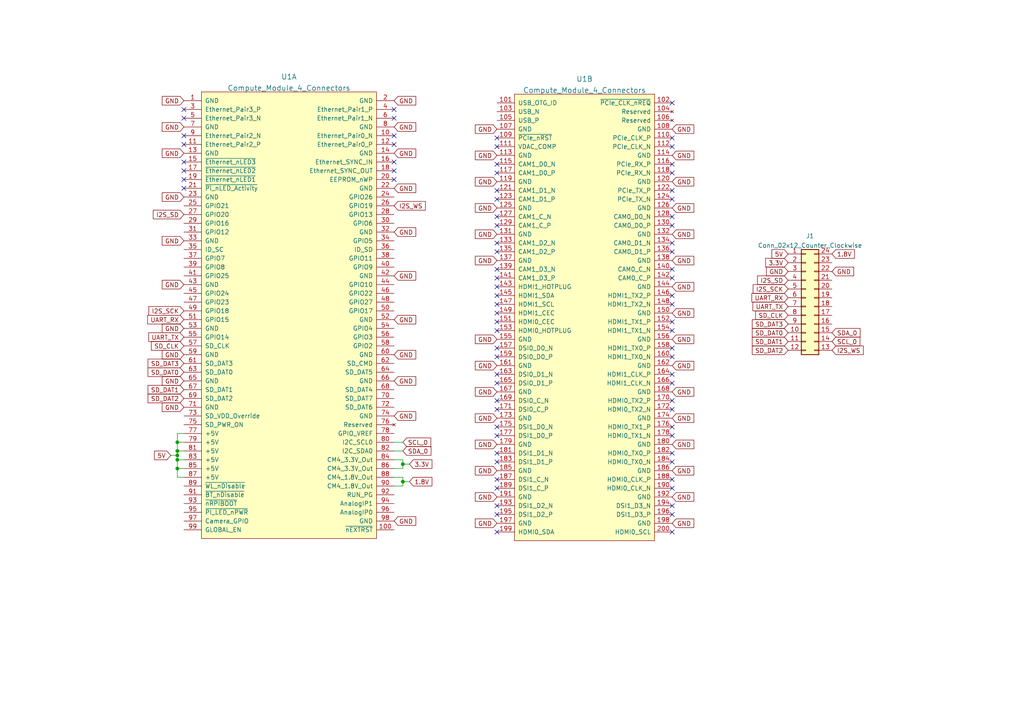
<source format=kicad_sch>
(kicad_sch (version 20211123) (generator eeschema)
  (paper "A4")
  (lib_symbols
    (symbol "CM4:Compute_Module_4_Connectors" (pin_names (offset 1.016))
      (property "Reference" "U" (at 5.08 6.35 0))
      (property "Value" "Compute_Module_4_Connectors" (at 5.08 3.81 0))
      (symbol "Compute_Module_4_Connectors_1_1"
        (rectangle (start 5.08 2.54) (end 55.88 -127) (fill (type background)))
        (pin power_in line (at 0 0 0) (length 5.08) (name "GND") (number "1"))
        (pin passive line (at 60.96 -10.16 180) (length 5.08) (name "Ethernet_Pair0_N") (number "10"))
        (pin output line (at 60.96 -124.46 180) (length 5.08) (name "~{nEXTRST}") (number "100"))
        (pin passive line (at 0 -12.7 0) (length 5.08) (name "Ethernet_Pair2_P") (number "11"))
        (pin passive line (at 60.96 -12.7 180) (length 5.08) (name "Ethernet_Pair0_P") (number "12"))
        (pin power_in line (at 0 -15.24 0) (length 5.08) (name "GND") (number "13"))
        (pin power_in line (at 60.96 -15.24 180) (length 5.08) (name "GND") (number "14"))
        (pin output line (at 0 -17.78 0) (length 5.08) (name "~{Ethernet_nLED3}") (number "15"))
        (pin input line (at 60.96 -17.78 180) (length 5.08) (name "Ethernet_SYNC_IN") (number "16"))
        (pin output line (at 0 -20.32 0) (length 5.08) (name "~{Ethernet_nLED2}") (number "17"))
        (pin input line (at 60.96 -20.32 180) (length 5.08) (name "Ethernet_SYNC_OUT") (number "18"))
        (pin output line (at 0 -22.86 0) (length 5.08) (name "~{Ethernet_nLED1}") (number "19"))
        (pin power_in line (at 60.96 0 180) (length 5.08) (name "GND") (number "2"))
        (pin passive line (at 60.96 -22.86 180) (length 5.08) (name "EEPROM_nWP") (number "20"))
        (pin open_collector line (at 0 -25.4 0) (length 5.08) (name "~{Pi_nLED_Activity}") (number "21"))
        (pin power_in line (at 60.96 -25.4 180) (length 5.08) (name "GND") (number "22"))
        (pin power_in line (at 0 -27.94 0) (length 5.08) (name "GND") (number "23"))
        (pin passive line (at 60.96 -27.94 180) (length 5.08) (name "GPIO26") (number "24"))
        (pin passive line (at 0 -30.48 0) (length 5.08) (name "GPIO21") (number "25"))
        (pin passive line (at 60.96 -30.48 180) (length 5.08) (name "GPIO19") (number "26"))
        (pin passive line (at 0 -33.02 0) (length 5.08) (name "GPIO20") (number "27"))
        (pin passive line (at 60.96 -33.02 180) (length 5.08) (name "GPIO13") (number "28"))
        (pin passive line (at 0 -35.56 0) (length 5.08) (name "GPIO16") (number "29"))
        (pin passive line (at 0 -2.54 0) (length 5.08) (name "Ethernet_Pair3_P") (number "3"))
        (pin passive line (at 60.96 -35.56 180) (length 5.08) (name "GPIO6") (number "30"))
        (pin passive line (at 0 -38.1 0) (length 5.08) (name "GPIO12") (number "31"))
        (pin power_in line (at 60.96 -38.1 180) (length 5.08) (name "GND") (number "32"))
        (pin power_in line (at 0 -40.64 0) (length 5.08) (name "GND") (number "33"))
        (pin passive line (at 60.96 -40.64 180) (length 5.08) (name "GPIO5") (number "34"))
        (pin passive line (at 0 -43.18 0) (length 5.08) (name "ID_SC") (number "35"))
        (pin passive line (at 60.96 -43.18 180) (length 5.08) (name "ID_SD") (number "36"))
        (pin passive line (at 0 -45.72 0) (length 5.08) (name "GPIO7") (number "37"))
        (pin passive line (at 60.96 -45.72 180) (length 5.08) (name "GPIO11") (number "38"))
        (pin passive line (at 0 -48.26 0) (length 5.08) (name "GPIO8") (number "39"))
        (pin passive line (at 60.96 -2.54 180) (length 5.08) (name "Ethernet_Pair1_P") (number "4"))
        (pin passive line (at 60.96 -48.26 180) (length 5.08) (name "GPIO9") (number "40"))
        (pin passive line (at 0 -50.8 0) (length 5.08) (name "GPIO25") (number "41"))
        (pin power_in line (at 60.96 -50.8 180) (length 5.08) (name "GND") (number "42"))
        (pin power_in line (at 0 -53.34 0) (length 5.08) (name "GND") (number "43"))
        (pin passive line (at 60.96 -53.34 180) (length 5.08) (name "GPIO10") (number "44"))
        (pin passive line (at 0 -55.88 0) (length 5.08) (name "GPIO24") (number "45"))
        (pin passive line (at 60.96 -55.88 180) (length 5.08) (name "GPIO22") (number "46"))
        (pin passive line (at 0 -58.42 0) (length 5.08) (name "GPIO23") (number "47"))
        (pin passive line (at 60.96 -58.42 180) (length 5.08) (name "GPIO27") (number "48"))
        (pin passive line (at 0 -60.96 0) (length 5.08) (name "GPIO18") (number "49"))
        (pin passive line (at 0 -5.08 0) (length 5.08) (name "Ethernet_Pair3_N") (number "5"))
        (pin passive line (at 60.96 -60.96 180) (length 5.08) (name "GPIO17") (number "50"))
        (pin passive line (at 0 -63.5 0) (length 5.08) (name "GPIO15") (number "51"))
        (pin power_in line (at 60.96 -63.5 180) (length 5.08) (name "GND") (number "52"))
        (pin power_in line (at 0 -66.04 0) (length 5.08) (name "GND") (number "53"))
        (pin passive line (at 60.96 -66.04 180) (length 5.08) (name "GPIO4") (number "54"))
        (pin passive line (at 0 -68.58 0) (length 5.08) (name "GPIO14") (number "55"))
        (pin passive line (at 60.96 -68.58 180) (length 5.08) (name "GPIO3") (number "56"))
        (pin passive line (at 0 -71.12 0) (length 5.08) (name "SD_CLK") (number "57"))
        (pin passive line (at 60.96 -71.12 180) (length 5.08) (name "GPIO2") (number "58"))
        (pin power_in line (at 0 -73.66 0) (length 5.08) (name "GND") (number "59"))
        (pin passive line (at 60.96 -5.08 180) (length 5.08) (name "Ethernet_Pair1_N") (number "6"))
        (pin power_in line (at 60.96 -73.66 180) (length 5.08) (name "GND") (number "60"))
        (pin passive line (at 0 -76.2 0) (length 5.08) (name "SD_DAT3") (number "61"))
        (pin passive line (at 60.96 -76.2 180) (length 5.08) (name "SD_CMD") (number "62"))
        (pin passive line (at 0 -78.74 0) (length 5.08) (name "SD_DAT0") (number "63"))
        (pin passive line (at 60.96 -78.74 180) (length 5.08) (name "SD_DAT5") (number "64"))
        (pin power_in line (at 0 -81.28 0) (length 5.08) (name "GND") (number "65"))
        (pin power_in line (at 60.96 -81.28 180) (length 5.08) (name "GND") (number "66"))
        (pin passive line (at 0 -83.82 0) (length 5.08) (name "SD_DAT1") (number "67"))
        (pin passive line (at 60.96 -83.82 180) (length 5.08) (name "SD_DAT4") (number "68"))
        (pin passive line (at 0 -86.36 0) (length 5.08) (name "SD_DAT2") (number "69"))
        (pin power_in line (at 0 -7.62 0) (length 5.08) (name "GND") (number "7"))
        (pin passive line (at 60.96 -86.36 180) (length 5.08) (name "SD_DAT7") (number "70"))
        (pin power_in line (at 0 -88.9 0) (length 5.08) (name "GND") (number "71"))
        (pin passive line (at 60.96 -88.9 180) (length 5.08) (name "SD_DAT6") (number "72"))
        (pin input line (at 0 -91.44 0) (length 5.08) (name "SD_VDD_Override") (number "73"))
        (pin power_in line (at 60.96 -91.44 180) (length 5.08) (name "GND") (number "74"))
        (pin output line (at 0 -93.98 0) (length 5.08) (name "SD_PWR_ON") (number "75"))
        (pin no_connect line (at 60.96 -93.98 180) (length 5.08) (name "Reserved") (number "76"))
        (pin power_in line (at 0 -96.52 0) (length 5.08) (name "+5V") (number "77"))
        (pin power_in line (at 60.96 -96.52 180) (length 5.08) (name "GPIO_VREF") (number "78"))
        (pin power_in line (at 0 -99.06 0) (length 5.08) (name "+5V") (number "79"))
        (pin power_in line (at 60.96 -7.62 180) (length 5.08) (name "GND") (number "8"))
        (pin bidirectional line (at 60.96 -99.06 180) (length 5.08) (name "I2C_SCL0") (number "80"))
        (pin power_in line (at 0 -101.6 0) (length 5.08) (name "+5V") (number "81"))
        (pin bidirectional line (at 60.96 -101.6 180) (length 5.08) (name "I2C_SDA0") (number "82"))
        (pin power_in line (at 0 -104.14 0) (length 5.08) (name "+5V") (number "83"))
        (pin power_out line (at 60.96 -104.14 180) (length 5.08) (name "CM4_3.3V_Out") (number "84"))
        (pin power_in line (at 0 -106.68 0) (length 5.08) (name "+5V") (number "85"))
        (pin power_out line (at 60.96 -106.68 180) (length 5.08) (name "CM4_3.3V_Out") (number "86"))
        (pin power_in line (at 0 -109.22 0) (length 5.08) (name "+5V") (number "87"))
        (pin power_out line (at 60.96 -109.22 180) (length 5.08) (name "CM4_1.8V_Out") (number "88"))
        (pin input line (at 0 -111.76 0) (length 5.08) (name "~{WL_nDisable}") (number "89"))
        (pin passive line (at 0 -10.16 0) (length 5.08) (name "Ethernet_Pair2_N") (number "9"))
        (pin power_out line (at 60.96 -111.76 180) (length 5.08) (name "CM4_1.8V_Out") (number "90"))
        (pin input line (at 0 -114.3 0) (length 5.08) (name "~{BT_nDisable}") (number "91"))
        (pin passive line (at 60.96 -114.3 180) (length 5.08) (name "RUN_PG") (number "92"))
        (pin input line (at 0 -116.84 0) (length 5.08) (name "~{nRPIBOOT}") (number "93"))
        (pin passive line (at 60.96 -116.84 180) (length 5.08) (name "AnalogIP1") (number "94"))
        (pin output line (at 0 -119.38 0) (length 5.08) (name "~{PI_LED_nPWR}") (number "95"))
        (pin passive line (at 60.96 -119.38 180) (length 5.08) (name "AnalogIP0") (number "96"))
        (pin passive line (at 0 -121.92 0) (length 5.08) (name "Camera_GPIO") (number "97"))
        (pin power_in line (at 60.96 -121.92 180) (length 5.08) (name "GND") (number "98"))
        (pin input line (at 0 -124.46 0) (length 5.08) (name "GLOBAL_EN") (number "99"))
      )
      (symbol "Compute_Module_4_Connectors_2_1"
        (rectangle (start 5.08 2.54) (end 45.72 -127) (fill (type background)))
        (pin input line (at 0 0 0) (length 5.08) (name "USB_OTG_ID") (number "101"))
        (pin input line (at 50.8 0 180) (length 5.08) (name "~{PCIe_CLK_nREQ}") (number "102"))
        (pin passive line (at 0 -2.54 0) (length 5.08) (name "USB_N") (number "103"))
        (pin no_connect line (at 50.8 -2.54 180) (length 5.08) (name "Reserved") (number "104"))
        (pin passive line (at 0 -5.08 0) (length 5.08) (name "USB_P") (number "105"))
        (pin no_connect line (at 50.8 -5.08 180) (length 5.08) (name "Reserved") (number "106"))
        (pin power_in line (at 0 -7.62 0) (length 5.08) (name "GND") (number "107"))
        (pin power_in line (at 50.8 -7.62 180) (length 5.08) (name "GND") (number "108"))
        (pin output line (at 0 -10.16 0) (length 5.08) (name "~{PCIe_nRST}") (number "109"))
        (pin output line (at 50.8 -10.16 180) (length 5.08) (name "PCIe_CLK_P") (number "110"))
        (pin output line (at 0 -12.7 0) (length 5.08) (name "VDAC_COMP") (number "111"))
        (pin output line (at 50.8 -12.7 180) (length 5.08) (name "PCIe_CLK_N") (number "112"))
        (pin power_in line (at 0 -15.24 0) (length 5.08) (name "GND") (number "113"))
        (pin power_in line (at 50.8 -15.24 180) (length 5.08) (name "GND") (number "114"))
        (pin input line (at 0 -17.78 0) (length 5.08) (name "CAM1_D0_N") (number "115"))
        (pin input line (at 50.8 -17.78 180) (length 5.08) (name "PCIe_RX_P") (number "116"))
        (pin input line (at 0 -20.32 0) (length 5.08) (name "CAM1_D0_P") (number "117"))
        (pin input line (at 50.8 -20.32 180) (length 5.08) (name "PCIe_RX_N") (number "118"))
        (pin power_in line (at 0 -22.86 0) (length 5.08) (name "GND") (number "119"))
        (pin power_in line (at 50.8 -22.86 180) (length 5.08) (name "GND") (number "120"))
        (pin input line (at 0 -25.4 0) (length 5.08) (name "CAM1_D1_N") (number "121"))
        (pin output line (at 50.8 -25.4 180) (length 5.08) (name "PCIe_TX_P") (number "122"))
        (pin input line (at 0 -27.94 0) (length 5.08) (name "CAM1_D1_P") (number "123"))
        (pin output line (at 50.8 -27.94 180) (length 5.08) (name "PCIe_TX_N") (number "124"))
        (pin power_in line (at 0 -30.48 0) (length 5.08) (name "GND") (number "125"))
        (pin power_in line (at 50.8 -30.48 180) (length 5.08) (name "GND") (number "126"))
        (pin input line (at 0 -33.02 0) (length 5.08) (name "CAM1_C_N") (number "127"))
        (pin input line (at 50.8 -33.02 180) (length 5.08) (name "CAM0_D0_N") (number "128"))
        (pin input line (at 0 -35.56 0) (length 5.08) (name "CAM1_C_P") (number "129"))
        (pin input line (at 50.8 -35.56 180) (length 5.08) (name "CAM0_D0_P") (number "130"))
        (pin power_in line (at 0 -38.1 0) (length 5.08) (name "GND") (number "131"))
        (pin power_in line (at 50.8 -38.1 180) (length 5.08) (name "GND") (number "132"))
        (pin input line (at 0 -40.64 0) (length 5.08) (name "CAM1_D2_N") (number "133"))
        (pin input line (at 50.8 -40.64 180) (length 5.08) (name "CAM0_D1_N") (number "134"))
        (pin input line (at 0 -43.18 0) (length 5.08) (name "CAM1_D2_P") (number "135"))
        (pin input line (at 50.8 -43.18 180) (length 5.08) (name "CAM0_D1_P") (number "136"))
        (pin power_in line (at 0 -45.72 0) (length 5.08) (name "GND") (number "137"))
        (pin power_in line (at 50.8 -45.72 180) (length 5.08) (name "GND") (number "138"))
        (pin input line (at 0 -48.26 0) (length 5.08) (name "CAM1_D3_N") (number "139"))
        (pin input line (at 50.8 -48.26 180) (length 5.08) (name "CAM0_C_N") (number "140"))
        (pin input line (at 0 -50.8 0) (length 5.08) (name "CAM1_D3_P") (number "141"))
        (pin input line (at 50.8 -50.8 180) (length 5.08) (name "CAM0_C_P") (number "142"))
        (pin input line (at 0 -53.34 0) (length 5.08) (name "HDMI1_HOTPLUG") (number "143"))
        (pin power_in line (at 50.8 -53.34 180) (length 5.08) (name "GND") (number "144"))
        (pin bidirectional line (at 0 -55.88 0) (length 5.08) (name "HDMI1_SDA") (number "145"))
        (pin output line (at 50.8 -55.88 180) (length 5.08) (name "HDMI1_TX2_P") (number "146"))
        (pin open_collector line (at 0 -58.42 0) (length 5.08) (name "HDMI1_SCL") (number "147"))
        (pin output line (at 50.8 -58.42 180) (length 5.08) (name "HDMI1_TX2_N") (number "148"))
        (pin open_collector line (at 0 -60.96 0) (length 5.08) (name "HDMI1_CEC") (number "149"))
        (pin power_in line (at 50.8 -60.96 180) (length 5.08) (name "GND") (number "150"))
        (pin open_collector line (at 0 -63.5 0) (length 5.08) (name "HDMI0_CEC") (number "151"))
        (pin output line (at 50.8 -63.5 180) (length 5.08) (name "HDMI1_TX1_P") (number "152"))
        (pin input line (at 0 -66.04 0) (length 5.08) (name "HDMI0_HOTPLUG") (number "153"))
        (pin output line (at 50.8 -66.04 180) (length 5.08) (name "HDMI1_TX1_N") (number "154"))
        (pin power_in line (at 0 -68.58 0) (length 5.08) (name "GND") (number "155"))
        (pin power_in line (at 50.8 -68.58 180) (length 5.08) (name "GND") (number "156"))
        (pin output line (at 0 -71.12 0) (length 5.08) (name "DSI0_D0_N") (number "157"))
        (pin output line (at 50.8 -71.12 180) (length 5.08) (name "HDMI1_TX0_P") (number "158"))
        (pin output line (at 0 -73.66 0) (length 5.08) (name "DSI0_D0_P") (number "159"))
        (pin output line (at 50.8 -73.66 180) (length 5.08) (name "HDMI1_TX0_N") (number "160"))
        (pin power_in line (at 0 -76.2 0) (length 5.08) (name "GND") (number "161"))
        (pin power_in line (at 50.8 -76.2 180) (length 5.08) (name "GND") (number "162"))
        (pin output line (at 0 -78.74 0) (length 5.08) (name "DSI0_D1_N") (number "163"))
        (pin output line (at 50.8 -78.74 180) (length 5.08) (name "HDMI1_CLK_P") (number "164"))
        (pin output line (at 0 -81.28 0) (length 5.08) (name "DSI0_D1_P") (number "165"))
        (pin output line (at 50.8 -81.28 180) (length 5.08) (name "HDMI1_CLK_N") (number "166"))
        (pin power_in line (at 0 -83.82 0) (length 5.08) (name "GND") (number "167"))
        (pin power_in line (at 50.8 -83.82 180) (length 5.08) (name "GND") (number "168"))
        (pin output line (at 0 -86.36 0) (length 5.08) (name "DSI0_C_N") (number "169"))
        (pin output line (at 50.8 -86.36 180) (length 5.08) (name "HDMI0_TX2_P") (number "170"))
        (pin output line (at 0 -88.9 0) (length 5.08) (name "DSI0_C_P") (number "171"))
        (pin output line (at 50.8 -88.9 180) (length 5.08) (name "HDMI0_TX2_N") (number "172"))
        (pin power_in line (at 0 -91.44 0) (length 5.08) (name "GND") (number "173"))
        (pin power_in line (at 50.8 -91.44 180) (length 5.08) (name "GND") (number "174"))
        (pin output line (at 0 -93.98 0) (length 5.08) (name "DSI1_D0_N") (number "175"))
        (pin output line (at 50.8 -93.98 180) (length 5.08) (name "HDMI0_TX1_P") (number "176"))
        (pin output line (at 0 -96.52 0) (length 5.08) (name "DSI1_D0_P") (number "177"))
        (pin output line (at 50.8 -96.52 180) (length 5.08) (name "HDMI0_TX1_N") (number "178"))
        (pin power_in line (at 0 -99.06 0) (length 5.08) (name "GND") (number "179"))
        (pin power_in line (at 50.8 -99.06 180) (length 5.08) (name "GND") (number "180"))
        (pin output line (at 0 -101.6 0) (length 5.08) (name "DSI1_D1_N") (number "181"))
        (pin output line (at 50.8 -101.6 180) (length 5.08) (name "HDMI0_TX0_P") (number "182"))
        (pin output line (at 0 -104.14 0) (length 5.08) (name "DSI1_D1_P") (number "183"))
        (pin output line (at 50.8 -104.14 180) (length 5.08) (name "HDMI0_TX0_N") (number "184"))
        (pin power_in line (at 0 -106.68 0) (length 5.08) (name "GND") (number "185"))
        (pin power_in line (at 50.8 -106.68 180) (length 5.08) (name "GND") (number "186"))
        (pin output line (at 0 -109.22 0) (length 5.08) (name "DSI1_C_N") (number "187"))
        (pin output line (at 50.8 -109.22 180) (length 5.08) (name "HDMI0_CLK_P") (number "188"))
        (pin output line (at 0 -111.76 0) (length 5.08) (name "DSI1_C_P") (number "189"))
        (pin output line (at 50.8 -111.76 180) (length 5.08) (name "HDMI0_CLK_N") (number "190"))
        (pin power_in line (at 0 -114.3 0) (length 5.08) (name "GND") (number "191"))
        (pin power_in line (at 50.8 -114.3 180) (length 5.08) (name "GND") (number "192"))
        (pin output line (at 0 -116.84 0) (length 5.08) (name "DSI1_D2_N") (number "193"))
        (pin output line (at 50.8 -116.84 180) (length 5.08) (name "DSI1_D3_N") (number "194"))
        (pin output line (at 0 -119.38 0) (length 5.08) (name "DSI1_D2_P") (number "195"))
        (pin output line (at 50.8 -119.38 180) (length 5.08) (name "DSI1_D3_P") (number "196"))
        (pin power_in line (at 0 -121.92 0) (length 5.08) (name "GND") (number "197"))
        (pin power_in line (at 50.8 -121.92 180) (length 5.08) (name "GND") (number "198"))
        (pin bidirectional line (at 0 -124.46 0) (length 5.08) (name "HDMI0_SDA") (number "199"))
        (pin open_collector line (at 50.8 -124.46 180) (length 5.08) (name "HDMI0_SCL") (number "200"))
      )
    )
    (symbol "Connector_Generic:Conn_02x12_Counter_Clockwise" (pin_names (offset 1.016) hide)
      (property "Reference" "J" (at 1.27 15.24 0))
      (property "Value" "Conn_02x12_Counter_Clockwise" (at 1.27 -17.78 0))
      (symbol "Conn_02x12_Counter_Clockwise_1_1"
        (rectangle (start -1.27 -15.113) (end 0 -15.367) (stroke (width 0.1524)))
        (rectangle (start -1.27 -12.573) (end 0 -12.827) (stroke (width 0.1524)))
        (rectangle (start -1.27 -10.033) (end 0 -10.287) (stroke (width 0.1524)))
        (rectangle (start -1.27 -7.493) (end 0 -7.747) (stroke (width 0.1524)))
        (rectangle (start -1.27 -4.953) (end 0 -5.207) (stroke (width 0.1524)))
        (rectangle (start -1.27 -2.413) (end 0 -2.667) (stroke (width 0.1524)))
        (rectangle (start -1.27 0.127) (end 0 -0.127) (stroke (width 0.1524)))
        (rectangle (start -1.27 2.667) (end 0 2.413) (stroke (width 0.1524)))
        (rectangle (start -1.27 5.207) (end 0 4.953) (stroke (width 0.1524)))
        (rectangle (start -1.27 7.747) (end 0 7.493) (stroke (width 0.1524)))
        (rectangle (start -1.27 10.287) (end 0 10.033) (stroke (width 0.1524)))
        (rectangle (start -1.27 12.827) (end 0 12.573) (stroke (width 0.1524)))
        (rectangle (start -1.27 13.97) (end 3.81 -16.51) (stroke (width 0.254)) (fill (type background)))
        (rectangle (start 3.81 -15.113) (end 2.54 -15.367) (stroke (width 0.1524)))
        (rectangle (start 3.81 -12.573) (end 2.54 -12.827) (stroke (width 0.1524)))
        (rectangle (start 3.81 -10.033) (end 2.54 -10.287) (stroke (width 0.1524)))
        (rectangle (start 3.81 -7.493) (end 2.54 -7.747) (stroke (width 0.1524)))
        (rectangle (start 3.81 -4.953) (end 2.54 -5.207) (stroke (width 0.1524)))
        (rectangle (start 3.81 -2.413) (end 2.54 -2.667) (stroke (width 0.1524)))
        (rectangle (start 3.81 0.127) (end 2.54 -0.127) (stroke (width 0.1524)))
        (rectangle (start 3.81 2.667) (end 2.54 2.413) (stroke (width 0.1524)))
        (rectangle (start 3.81 5.207) (end 2.54 4.953) (stroke (width 0.1524)))
        (rectangle (start 3.81 7.747) (end 2.54 7.493) (stroke (width 0.1524)))
        (rectangle (start 3.81 10.287) (end 2.54 10.033) (stroke (width 0.1524)))
        (rectangle (start 3.81 12.827) (end 2.54 12.573) (stroke (width 0.1524)))
        (pin passive line (at -5.08 12.7 0) (length 3.81) (name "Pin_1") (number "1"))
        (pin passive line (at -5.08 -10.16 0) (length 3.81) (name "Pin_10") (number "10"))
        (pin passive line (at -5.08 -12.7 0) (length 3.81) (name "Pin_11") (number "11"))
        (pin passive line (at -5.08 -15.24 0) (length 3.81) (name "Pin_12") (number "12"))
        (pin passive line (at 7.62 -15.24 180) (length 3.81) (name "Pin_13") (number "13"))
        (pin passive line (at 7.62 -12.7 180) (length 3.81) (name "Pin_14") (number "14"))
        (pin passive line (at 7.62 -10.16 180) (length 3.81) (name "Pin_15") (number "15"))
        (pin passive line (at 7.62 -7.62 180) (length 3.81) (name "Pin_16") (number "16"))
        (pin passive line (at 7.62 -5.08 180) (length 3.81) (name "Pin_17") (number "17"))
        (pin passive line (at 7.62 -2.54 180) (length 3.81) (name "Pin_18") (number "18"))
        (pin passive line (at 7.62 0 180) (length 3.81) (name "Pin_19") (number "19"))
        (pin passive line (at -5.08 10.16 0) (length 3.81) (name "Pin_2") (number "2"))
        (pin passive line (at 7.62 2.54 180) (length 3.81) (name "Pin_20") (number "20"))
        (pin passive line (at 7.62 5.08 180) (length 3.81) (name "Pin_21") (number "21"))
        (pin passive line (at 7.62 7.62 180) (length 3.81) (name "Pin_22") (number "22"))
        (pin passive line (at 7.62 10.16 180) (length 3.81) (name "Pin_23") (number "23"))
        (pin passive line (at 7.62 12.7 180) (length 3.81) (name "Pin_24") (number "24"))
        (pin passive line (at -5.08 7.62 0) (length 3.81) (name "Pin_3") (number "3"))
        (pin passive line (at -5.08 5.08 0) (length 3.81) (name "Pin_4") (number "4"))
        (pin passive line (at -5.08 2.54 0) (length 3.81) (name "Pin_5") (number "5"))
        (pin passive line (at -5.08 0 0) (length 3.81) (name "Pin_6") (number "6"))
        (pin passive line (at -5.08 -2.54 0) (length 3.81) (name "Pin_7") (number "7"))
        (pin passive line (at -5.08 -5.08 0) (length 3.81) (name "Pin_8") (number "8"))
        (pin passive line (at -5.08 -7.62 0) (length 3.81) (name "Pin_9") (number "9"))
      )
    )
  )
  (junction (at 51.435 133.35))
  (junction (at 116.84 134.62))
  (junction (at 51.435 130.81))
  (junction (at 51.435 135.89))
  (junction (at 51.435 128.27))
  (junction (at 51.435 132.08))
  (junction (at 116.84 139.7))
  (no_connect (at 144.145 47.625))
  (no_connect (at 144.145 55.245))
  (no_connect (at 114.3 39.37))
  (no_connect (at 114.3 34.29))
  (no_connect (at 114.3 31.75))
  (no_connect (at 194.945 80.645))
  (no_connect (at 194.945 85.725))
  (no_connect (at 194.945 88.265))
  (no_connect (at 194.945 47.625))
  (no_connect (at 194.945 50.165))
  (no_connect (at 194.945 55.245))
  (no_connect (at 194.945 57.785))
  (no_connect (at 194.945 62.865))
  (no_connect (at 194.945 65.405))
  (no_connect (at 194.945 29.845))
  (no_connect (at 194.945 40.005))
  (no_connect (at 194.945 42.545))
  (no_connect (at 194.945 70.485))
  (no_connect (at 194.945 73.025))
  (no_connect (at 194.945 78.105))
  (no_connect (at 144.145 40.005))
  (no_connect (at 144.145 50.165))
  (no_connect (at 144.145 88.265))
  (no_connect (at 114.3 46.99))
  (no_connect (at 53.34 39.37))
  (no_connect (at 53.34 41.91))
  (no_connect (at 53.34 46.99))
  (no_connect (at 53.34 49.53))
  (no_connect (at 53.34 31.75))
  (no_connect (at 144.145 57.785))
  (no_connect (at 114.3 41.91))
  (no_connect (at 194.945 141.605))
  (no_connect (at 194.945 146.685))
  (no_connect (at 194.945 149.225))
  (no_connect (at 194.945 154.305))
  (no_connect (at 194.945 111.125))
  (no_connect (at 194.945 116.205))
  (no_connect (at 194.945 118.745))
  (no_connect (at 194.945 123.825))
  (no_connect (at 194.945 126.365))
  (no_connect (at 194.945 100.965))
  (no_connect (at 194.945 103.505))
  (no_connect (at 194.945 108.585))
  (no_connect (at 194.945 131.445))
  (no_connect (at 194.945 133.985))
  (no_connect (at 194.945 139.065))
  (no_connect (at 194.945 93.345))
  (no_connect (at 194.945 95.885))
  (no_connect (at 144.145 154.305))
  (no_connect (at 144.145 149.225))
  (no_connect (at 144.145 146.685))
  (no_connect (at 144.145 141.605))
  (no_connect (at 144.145 139.065))
  (no_connect (at 144.145 116.205))
  (no_connect (at 144.145 111.125))
  (no_connect (at 144.145 108.585))
  (no_connect (at 144.145 103.505))
  (no_connect (at 144.145 100.965))
  (no_connect (at 144.145 133.985))
  (no_connect (at 144.145 131.445))
  (no_connect (at 144.145 126.365))
  (no_connect (at 144.145 123.825))
  (no_connect (at 144.145 118.745))
  (no_connect (at 144.145 90.805))
  (no_connect (at 144.145 65.405))
  (no_connect (at 144.145 70.485))
  (no_connect (at 114.3 52.07))
  (no_connect (at 53.34 34.29))
  (no_connect (at 144.145 80.645))
  (no_connect (at 144.145 62.865))
  (no_connect (at 114.3 49.53))
  (no_connect (at 144.145 42.545))
  (no_connect (at 144.145 83.185))
  (no_connect (at 144.145 78.105))
  (no_connect (at 53.34 54.61))
  (no_connect (at 53.34 52.07))
  (no_connect (at 144.145 93.345))
  (no_connect (at 144.145 85.725))
  (no_connect (at 144.145 95.885))
  (no_connect (at 144.145 73.025))
  (wire (pts (xy 116.84 138.43) (xy 116.84 139.7)))
  (wire (pts (xy 116.84 134.62) (xy 116.84 135.89)))
  (wire (pts (xy 116.84 135.89) (xy 114.3 135.89)))
  (wire (pts (xy 114.3 133.35) (xy 116.84 133.35)))
  (wire (pts (xy 116.84 139.7) (xy 118.745 139.7)))
  (wire (pts (xy 53.34 135.89) (xy 51.435 135.89)))
  (wire (pts (xy 51.435 135.89) (xy 51.435 133.35)))
  (wire (pts (xy 53.34 130.81) (xy 51.435 130.81)))
  (wire (pts (xy 116.84 140.97) (xy 114.3 140.97)))
  (wire (pts (xy 114.3 138.43) (xy 116.84 138.43)))
  (wire (pts (xy 114.3 128.27) (xy 116.84 128.27)))
  (wire (pts (xy 53.34 125.73) (xy 51.435 125.73)))
  (wire (pts (xy 51.435 130.81) (xy 51.435 128.27)))
  (wire (pts (xy 53.34 138.43) (xy 51.435 138.43)))
  (wire (pts (xy 51.435 128.27) (xy 53.34 128.27)))
  (wire (pts (xy 51.435 138.43) (xy 51.435 135.89)))
  (wire (pts (xy 114.3 130.81) (xy 116.84 130.81)))
  (wire (pts (xy 116.84 139.7) (xy 116.84 140.97)))
  (wire (pts (xy 53.34 133.35) (xy 51.435 133.35)))
  (wire (pts (xy 49.53 132.08) (xy 51.435 132.08)))
  (wire (pts (xy 116.84 133.35) (xy 116.84 134.62)))
  (wire (pts (xy 51.435 132.08) (xy 51.435 130.81)))
  (wire (pts (xy 51.435 125.73) (xy 51.435 128.27)))
  (wire (pts (xy 51.435 133.35) (xy 51.435 132.08)))
  (wire (pts (xy 116.84 134.62) (xy 118.745 134.62)))
  (global_label "SD_DAT3" (shape input) (at 228.6 93.98 180) (property "Intersheet References" "${INTERSHEET_REFS}" (effects hide)))
  (global_label "SCL_0" (shape input) (at 116.84 128.27 0) (property "Intersheet References" "${INTERSHEET_REFS}" (effects hide)))
  (global_label "GND" (shape input) (at 144.145 45.085 180) (property "Intersheet References" "${INTERSHEET_REFS}" (effects hide)))
  (global_label "SD_DAT1" (shape input) (at 53.34 113.03 180) (property "Intersheet References" "${INTERSHEET_REFS}" (effects hide)))
  (global_label "SD_DAT2" (shape input) (at 228.6 101.6 180) (property "Intersheet References" "${INTERSHEET_REFS}" (effects hide)))
  (global_label "GND" (shape input) (at 144.145 136.525 180) (property "Intersheet References" "${INTERSHEET_REFS}" (effects hide)))
  (global_label "SD_DAT3" (shape input) (at 53.34 105.41 180) (property "Intersheet References" "${INTERSHEET_REFS}" (effects hide)))
  (global_label "GND" (shape input) (at 53.34 118.11 180) (property "Intersheet References" "${INTERSHEET_REFS}" (effects hide)))
  (global_label "GND" (shape input) (at 194.945 113.665 0) (property "Intersheet References" "${INTERSHEET_REFS}" (effects hide)))
  (global_label "5V" (shape input) (at 228.6 73.66 180) (property "Intersheet References" "${INTERSHEET_REFS}" (effects hide)))
  (global_label "GND" (shape input) (at 144.145 151.765 180) (property "Intersheet References" "${INTERSHEET_REFS}" (effects hide)))
  (global_label "GND" (shape input) (at 53.34 110.49 180) (property "Intersheet References" "${INTERSHEET_REFS}" (effects hide)))
  (global_label "GND" (shape input) (at 144.145 75.565 180) (property "Intersheet References" "${INTERSHEET_REFS}" (effects hide)))
  (global_label "GND" (shape input) (at 144.145 113.665 180) (property "Intersheet References" "${INTERSHEET_REFS}" (effects hide)))
  (global_label "GND" (shape input) (at 114.3 29.21 0) (property "Intersheet References" "${INTERSHEET_REFS}" (effects hide)))
  (global_label "SD_CLK" (shape input) (at 53.34 100.33 180) (property "Intersheet References" "${INTERSHEET_REFS}" (effects hide)))
  (global_label "GND" (shape input) (at 53.34 95.25 180) (property "Intersheet References" "${INTERSHEET_REFS}" (effects hide)))
  (global_label "SDA_0" (shape input) (at 116.84 130.81 0) (property "Intersheet References" "${INTERSHEET_REFS}" (effects hide)))
  (global_label "GND" (shape input) (at 194.945 37.465 0) (property "Intersheet References" "${INTERSHEET_REFS}" (effects hide)))
  (global_label "UART_RX" (shape input) (at 53.34 92.71 180) (property "Intersheet References" "${INTERSHEET_REFS}" (effects hide)))
  (global_label "UART_TX" (shape input) (at 53.34 97.79 180) (property "Intersheet References" "${INTERSHEET_REFS}" (effects hide)))
  (global_label "GND" (shape input) (at 228.6 78.74 180) (property "Intersheet References" "${INTERSHEET_REFS}" (effects hide)))
  (global_label "GND" (shape input) (at 194.945 67.945 0) (property "Intersheet References" "${INTERSHEET_REFS}" (effects hide)))
  (global_label "SD_DAT0" (shape input) (at 228.6 96.52 180) (property "Intersheet References" "${INTERSHEET_REFS}" (effects hide)))
  (global_label "GND" (shape input) (at 194.945 45.085 0) (property "Intersheet References" "${INTERSHEET_REFS}" (effects hide)))
  (global_label "GND" (shape input) (at 144.145 128.905 180) (property "Intersheet References" "${INTERSHEET_REFS}" (effects hide)))
  (global_label "GND" (shape input) (at 194.945 128.905 0) (property "Intersheet References" "${INTERSHEET_REFS}" (effects hide)))
  (global_label "GND" (shape input) (at 194.945 52.705 0) (property "Intersheet References" "${INTERSHEET_REFS}" (effects hide)))
  (global_label "GND" (shape input) (at 194.945 90.805 0) (property "Intersheet References" "${INTERSHEET_REFS}" (effects hide)))
  (global_label "GND" (shape input) (at 144.145 121.285 180) (property "Intersheet References" "${INTERSHEET_REFS}" (effects hide)))
  (global_label "GND" (shape input) (at 114.3 80.01 0) (property "Intersheet References" "${INTERSHEET_REFS}" (effects hide)))
  (global_label "SDA_0" (shape input) (at 241.3 96.52 0) (property "Intersheet References" "${INTERSHEET_REFS}" (effects hide)))
  (global_label "GND" (shape input) (at 194.945 60.325 0) (property "Intersheet References" "${INTERSHEET_REFS}" (effects hide)))
  (global_label "UART_RX" (shape input) (at 228.6 86.36 180) (property "Intersheet References" "${INTERSHEET_REFS}" (effects hide)))
  (global_label "GND" (shape input) (at 114.3 102.87 0) (property "Intersheet References" "${INTERSHEET_REFS}" (effects hide)))
  (global_label "GND" (shape input) (at 53.34 44.45 180) (property "Intersheet References" "${INTERSHEET_REFS}" (effects hide)))
  (global_label "GND" (shape input) (at 114.3 120.65 0) (property "Intersheet References" "${INTERSHEET_REFS}" (effects hide)))
  (global_label "GND" (shape input) (at 144.145 37.465 180) (property "Intersheet References" "${INTERSHEET_REFS}" (effects hide)))
  (global_label "I2S_SCK" (shape input) (at 53.34 90.17 180) (property "Intersheet References" "${INTERSHEET_REFS}" (effects hide)))
  (global_label "GND" (shape input) (at 194.945 106.045 0) (property "Intersheet References" "${INTERSHEET_REFS}" (effects hide)))
  (global_label "I2S_WS" (shape input) (at 114.3 59.69 0) (property "Intersheet References" "${INTERSHEET_REFS}" (effects hide)))
  (global_label "SD_CLK" (shape input) (at 228.6 91.44 180) (property "Intersheet References" "${INTERSHEET_REFS}" (effects hide)))
  (global_label "GND" (shape input) (at 194.945 121.285 0) (property "Intersheet References" "${INTERSHEET_REFS}" (effects hide)))
  (global_label "GND" (shape input) (at 53.34 69.85 180) (property "Intersheet References" "${INTERSHEET_REFS}" (effects hide)))
  (global_label "3.3V" (shape input) (at 118.745 134.62 0) (property "Intersheet References" "${INTERSHEET_REFS}" (effects hide)))
  (global_label "I2S_SD" (shape input) (at 53.34 62.23 180) (property "Intersheet References" "${INTERSHEET_REFS}" (effects hide)))
  (global_label "GND" (shape input) (at 114.3 36.83 0) (property "Intersheet References" "${INTERSHEET_REFS}" (effects hide)))
  (global_label "GND" (shape input) (at 144.145 67.945 180) (property "Intersheet References" "${INTERSHEET_REFS}" (effects hide)))
  (global_label "GND" (shape input) (at 194.945 75.565 0) (property "Intersheet References" "${INTERSHEET_REFS}" (effects hide)))
  (global_label "GND" (shape input) (at 144.145 60.325 180) (property "Intersheet References" "${INTERSHEET_REFS}" (effects hide)))
  (global_label "I2S_SCK" (shape input) (at 228.6 83.82 180) (property "Intersheet References" "${INTERSHEET_REFS}" (effects hide)))
  (global_label "GND" (shape input) (at 114.3 92.71 0) (property "Intersheet References" "${INTERSHEET_REFS}" (effects hide)))
  (global_label "GND" (shape input) (at 144.145 98.425 180) (property "Intersheet References" "${INTERSHEET_REFS}" (effects hide)))
  (global_label "GND" (shape input) (at 144.145 144.145 180) (property "Intersheet References" "${INTERSHEET_REFS}" (effects hide)))
  (global_label "GND" (shape input) (at 114.3 54.61 0) (property "Intersheet References" "${INTERSHEET_REFS}" (effects hide)))
  (global_label "GND" (shape input) (at 114.3 110.49 0) (property "Intersheet References" "${INTERSHEET_REFS}" (effects hide)))
  (global_label "GND" (shape input) (at 194.945 151.765 0) (property "Intersheet References" "${INTERSHEET_REFS}" (effects hide)))
  (global_label "GND" (shape input) (at 144.145 106.045 180) (property "Intersheet References" "${INTERSHEET_REFS}" (effects hide)))
  (global_label "1.8V" (shape input) (at 241.3 73.66 0) (property "Intersheet References" "${INTERSHEET_REFS}" (effects hide)))
  (global_label "GND" (shape input) (at 53.34 82.55 180) (property "Intersheet References" "${INTERSHEET_REFS}" (effects hide)))
  (global_label "GND" (shape input) (at 114.3 151.13 0) (property "Intersheet References" "${INTERSHEET_REFS}" (effects hide)))
  (global_label "SD_DAT0" (shape input) (at 53.34 107.95 180) (property "Intersheet References" "${INTERSHEET_REFS}" (effects hide)))
  (global_label "GND" (shape input) (at 114.3 44.45 0) (property "Intersheet References" "${INTERSHEET_REFS}" (effects hide)))
  (global_label "3.3V" (shape input) (at 228.6 76.2 180) (property "Intersheet References" "${INTERSHEET_REFS}" (effects hide)))
  (global_label "SD_DAT1" (shape input) (at 228.6 99.06 180) (property "Intersheet References" "${INTERSHEET_REFS}" (effects hide)))
  (global_label "GND" (shape input) (at 241.3 78.74 0) (property "Intersheet References" "${INTERSHEET_REFS}" (effects hide)))
  (global_label "SCL_0" (shape input) (at 241.3 99.06 0) (property "Intersheet References" "${INTERSHEET_REFS}" (effects hide)))
  (global_label "SD_DAT2" (shape input) (at 53.34 115.57 180) (property "Intersheet References" "${INTERSHEET_REFS}" (effects hide)))
  (global_label "1.8V" (shape input) (at 118.745 139.7 0) (property "Intersheet References" "${INTERSHEET_REFS}" (effects hide)))
  (global_label "I2S_WS" (shape input) (at 241.3 101.6 0) (property "Intersheet References" "${INTERSHEET_REFS}" (effects hide)))
  (global_label "GND" (shape input) (at 53.34 102.87 180) (property "Intersheet References" "${INTERSHEET_REFS}" (effects hide)))
  (global_label "UART_TX" (shape input) (at 228.6 88.9 180) (property "Intersheet References" "${INTERSHEET_REFS}" (effects hide)))
  (global_label "5V" (shape input) (at 49.53 132.08 180) (property "Intersheet References" "${INTERSHEET_REFS}" (effects hide)))
  (global_label "GND" (shape input) (at 144.145 52.705 180) (property "Intersheet References" "${INTERSHEET_REFS}" (effects hide)))
  (global_label "GND" (shape input) (at 194.945 144.145 0) (property "Intersheet References" "${INTERSHEET_REFS}" (effects hide)))
  (global_label "GND" (shape input) (at 194.945 136.525 0) (property "Intersheet References" "${INTERSHEET_REFS}" (effects hide)))
  (global_label "GND" (shape input) (at 194.945 98.425 0) (property "Intersheet References" "${INTERSHEET_REFS}" (effects hide)))
  (global_label "GND" (shape input) (at 194.945 83.185 0) (property "Intersheet References" "${INTERSHEET_REFS}" (effects hide)))
  (global_label "GND" (shape input) (at 53.34 36.83 180) (property "Intersheet References" "${INTERSHEET_REFS}" (effects hide)))
  (global_label "GND" (shape input) (at 53.34 57.15 180) (property "Intersheet References" "${INTERSHEET_REFS}" (effects hide)))
  (global_label "I2S_SD" (shape input) (at 228.6 81.28 180) (property "Intersheet References" "${INTERSHEET_REFS}" (effects hide)))
  (global_label "GND" (shape input) (at 53.34 29.21 180) (property "Intersheet References" "${INTERSHEET_REFS}" (effects hide)))
  (global_label "GND" (shape input) (at 114.3 67.31 0) (property "Intersheet References" "${INTERSHEET_REFS}" (effects hide)))
  (symbol (lib_id "CM4:Compute_Module_4_Connectors") (at 144.145 29.845 0) (unit 2)
    (property "Reference" "U1" (at 169.545 22.9011 0) (effects (font (size 1.524 1.524))))
    (property "Value" "Compute_Module_4_Connectors" (at 169.545 26.1801 0) (effects (font (size 1.524 1.524))))
  )
  (symbol (lib_id "CM4:Compute_Module_4_Connectors") (at 53.34 29.21 0) (unit 1)
    (property "Reference" "U1" (at 83.82 22.2661 0) (effects (font (size 1.524 1.524))))
    (property "Value" "Compute_Module_4_Connectors" (at 83.82 25.5451 0) (effects (font (size 1.524 1.524))))
    (property "Footprint" "CM4:Raspberry-Pi-4-Compute-Module" (effects hide))
  )
  (symbol (lib_id "Connector_Generic:Conn_02x12_Counter_Clockwise") (at 233.68 86.36 0) (unit 1)
    (property "Reference" "J1" (at 234.95 68.4235 0))
    (property "Value" "Conn_02x12_Counter_Clockwise" (at 234.95 71.1986 0))
    (property "Footprint" "Connector_PinHeader_2.54mm:PinHeader_2x12_P2.54mm_Horizontal" (effects hide))
  )
)
</source>
